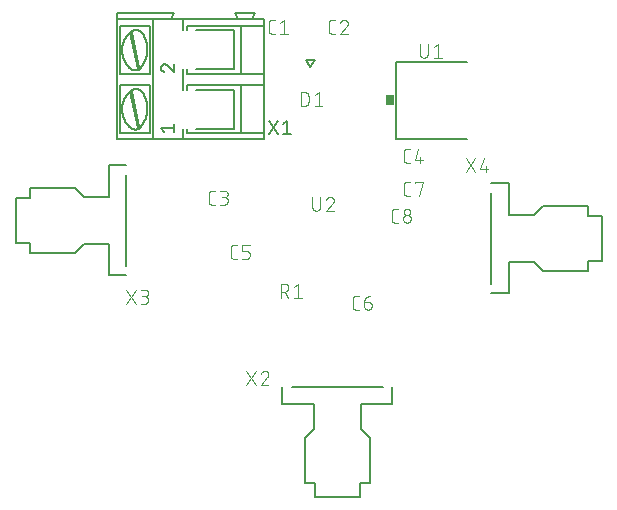
<source format=gbr>
G04 EAGLE Gerber RS-274X export*
G75*
%MOMM*%
%FSLAX34Y34*%
%LPD*%
%INSilkscreen Top*%
%IPPOS*%
%AMOC8*
5,1,8,0,0,1.08239X$1,22.5*%
G01*
%ADD10C,0.101600*%
%ADD11C,0.152400*%
%ADD12C,0.203200*%
%ADD13R,0.762000X0.863600*%
%ADD14C,0.127000*%


D10*
X135241Y307848D02*
X132644Y307848D01*
X132545Y307850D01*
X132445Y307856D01*
X132346Y307865D01*
X132248Y307878D01*
X132150Y307895D01*
X132052Y307916D01*
X131956Y307941D01*
X131861Y307969D01*
X131767Y308001D01*
X131674Y308036D01*
X131582Y308075D01*
X131492Y308118D01*
X131404Y308163D01*
X131317Y308213D01*
X131233Y308265D01*
X131150Y308321D01*
X131070Y308379D01*
X130992Y308441D01*
X130917Y308506D01*
X130844Y308574D01*
X130774Y308644D01*
X130706Y308717D01*
X130641Y308792D01*
X130579Y308870D01*
X130521Y308950D01*
X130465Y309033D01*
X130413Y309117D01*
X130363Y309204D01*
X130318Y309292D01*
X130275Y309382D01*
X130236Y309474D01*
X130201Y309567D01*
X130169Y309661D01*
X130141Y309756D01*
X130116Y309852D01*
X130095Y309950D01*
X130078Y310048D01*
X130065Y310146D01*
X130056Y310245D01*
X130050Y310345D01*
X130048Y310444D01*
X130048Y316936D01*
X130050Y317035D01*
X130056Y317135D01*
X130065Y317234D01*
X130078Y317332D01*
X130095Y317430D01*
X130116Y317528D01*
X130141Y317624D01*
X130169Y317719D01*
X130201Y317813D01*
X130236Y317906D01*
X130275Y317998D01*
X130318Y318088D01*
X130363Y318176D01*
X130413Y318263D01*
X130465Y318347D01*
X130521Y318430D01*
X130579Y318510D01*
X130641Y318588D01*
X130706Y318663D01*
X130774Y318736D01*
X130844Y318806D01*
X130917Y318874D01*
X130992Y318939D01*
X131070Y319001D01*
X131150Y319059D01*
X131233Y319115D01*
X131317Y319167D01*
X131404Y319217D01*
X131492Y319262D01*
X131582Y319305D01*
X131674Y319344D01*
X131766Y319379D01*
X131861Y319411D01*
X131956Y319439D01*
X132052Y319464D01*
X132150Y319485D01*
X132248Y319502D01*
X132346Y319515D01*
X132445Y319524D01*
X132545Y319530D01*
X132644Y319532D01*
X135241Y319532D01*
X139606Y316936D02*
X142852Y319532D01*
X142852Y307848D01*
X146097Y307848D02*
X139606Y307848D01*
X183444Y307848D02*
X186041Y307848D01*
X183444Y307848D02*
X183345Y307850D01*
X183245Y307856D01*
X183146Y307865D01*
X183048Y307878D01*
X182950Y307895D01*
X182852Y307916D01*
X182756Y307941D01*
X182661Y307969D01*
X182567Y308001D01*
X182474Y308036D01*
X182382Y308075D01*
X182292Y308118D01*
X182204Y308163D01*
X182117Y308213D01*
X182033Y308265D01*
X181950Y308321D01*
X181870Y308379D01*
X181792Y308441D01*
X181717Y308506D01*
X181644Y308574D01*
X181574Y308644D01*
X181506Y308717D01*
X181441Y308792D01*
X181379Y308870D01*
X181321Y308950D01*
X181265Y309033D01*
X181213Y309117D01*
X181163Y309204D01*
X181118Y309292D01*
X181075Y309382D01*
X181036Y309474D01*
X181001Y309567D01*
X180969Y309661D01*
X180941Y309756D01*
X180916Y309852D01*
X180895Y309950D01*
X180878Y310048D01*
X180865Y310146D01*
X180856Y310245D01*
X180850Y310345D01*
X180848Y310444D01*
X180848Y316936D01*
X180850Y317035D01*
X180856Y317135D01*
X180865Y317234D01*
X180878Y317332D01*
X180895Y317430D01*
X180916Y317528D01*
X180941Y317624D01*
X180969Y317719D01*
X181001Y317813D01*
X181036Y317906D01*
X181075Y317998D01*
X181118Y318088D01*
X181163Y318176D01*
X181213Y318263D01*
X181265Y318347D01*
X181321Y318430D01*
X181379Y318510D01*
X181441Y318588D01*
X181506Y318663D01*
X181574Y318736D01*
X181644Y318806D01*
X181717Y318874D01*
X181792Y318939D01*
X181870Y319001D01*
X181950Y319059D01*
X182033Y319115D01*
X182117Y319167D01*
X182204Y319217D01*
X182292Y319262D01*
X182382Y319305D01*
X182474Y319344D01*
X182566Y319379D01*
X182661Y319411D01*
X182756Y319439D01*
X182852Y319464D01*
X182950Y319485D01*
X183048Y319502D01*
X183146Y319515D01*
X183245Y319524D01*
X183345Y319530D01*
X183444Y319532D01*
X186041Y319532D01*
X193976Y319532D02*
X194083Y319530D01*
X194189Y319524D01*
X194295Y319514D01*
X194401Y319501D01*
X194507Y319483D01*
X194611Y319462D01*
X194715Y319437D01*
X194818Y319408D01*
X194919Y319376D01*
X195019Y319339D01*
X195118Y319299D01*
X195216Y319256D01*
X195312Y319209D01*
X195406Y319158D01*
X195498Y319104D01*
X195588Y319047D01*
X195676Y318987D01*
X195761Y318923D01*
X195844Y318856D01*
X195925Y318786D01*
X196003Y318714D01*
X196079Y318638D01*
X196151Y318560D01*
X196221Y318479D01*
X196288Y318396D01*
X196352Y318311D01*
X196412Y318223D01*
X196469Y318133D01*
X196523Y318041D01*
X196574Y317947D01*
X196621Y317851D01*
X196664Y317753D01*
X196704Y317654D01*
X196741Y317554D01*
X196773Y317453D01*
X196802Y317350D01*
X196827Y317246D01*
X196848Y317142D01*
X196866Y317036D01*
X196879Y316930D01*
X196889Y316824D01*
X196895Y316718D01*
X196897Y316611D01*
X193976Y319532D02*
X193855Y319530D01*
X193734Y319524D01*
X193614Y319514D01*
X193493Y319501D01*
X193374Y319483D01*
X193254Y319462D01*
X193136Y319437D01*
X193019Y319408D01*
X192902Y319375D01*
X192787Y319339D01*
X192673Y319298D01*
X192560Y319255D01*
X192448Y319207D01*
X192339Y319156D01*
X192231Y319101D01*
X192124Y319043D01*
X192020Y318982D01*
X191918Y318917D01*
X191818Y318849D01*
X191720Y318778D01*
X191624Y318704D01*
X191531Y318627D01*
X191441Y318546D01*
X191353Y318463D01*
X191268Y318377D01*
X191185Y318288D01*
X191106Y318197D01*
X191029Y318103D01*
X190956Y318007D01*
X190886Y317909D01*
X190819Y317808D01*
X190755Y317705D01*
X190695Y317600D01*
X190638Y317493D01*
X190584Y317385D01*
X190534Y317275D01*
X190488Y317163D01*
X190445Y317050D01*
X190406Y316935D01*
X195924Y314339D02*
X196003Y314416D01*
X196079Y314497D01*
X196152Y314580D01*
X196222Y314665D01*
X196289Y314753D01*
X196353Y314843D01*
X196413Y314935D01*
X196470Y315030D01*
X196524Y315126D01*
X196575Y315224D01*
X196622Y315324D01*
X196666Y315426D01*
X196706Y315529D01*
X196742Y315633D01*
X196774Y315739D01*
X196803Y315845D01*
X196828Y315953D01*
X196850Y316061D01*
X196867Y316171D01*
X196881Y316280D01*
X196890Y316390D01*
X196896Y316501D01*
X196898Y316611D01*
X195924Y314339D02*
X190406Y307848D01*
X196897Y307848D01*
X84441Y163068D02*
X81844Y163068D01*
X81745Y163070D01*
X81645Y163076D01*
X81546Y163085D01*
X81448Y163098D01*
X81350Y163115D01*
X81252Y163136D01*
X81156Y163161D01*
X81061Y163189D01*
X80967Y163221D01*
X80874Y163256D01*
X80782Y163295D01*
X80692Y163338D01*
X80604Y163383D01*
X80517Y163433D01*
X80433Y163485D01*
X80350Y163541D01*
X80270Y163599D01*
X80192Y163661D01*
X80117Y163726D01*
X80044Y163794D01*
X79974Y163864D01*
X79906Y163937D01*
X79841Y164012D01*
X79779Y164090D01*
X79721Y164170D01*
X79665Y164253D01*
X79613Y164337D01*
X79563Y164424D01*
X79518Y164512D01*
X79475Y164602D01*
X79436Y164694D01*
X79401Y164787D01*
X79369Y164881D01*
X79341Y164976D01*
X79316Y165072D01*
X79295Y165170D01*
X79278Y165268D01*
X79265Y165366D01*
X79256Y165465D01*
X79250Y165565D01*
X79248Y165664D01*
X79248Y172156D01*
X79250Y172255D01*
X79256Y172355D01*
X79265Y172454D01*
X79278Y172552D01*
X79295Y172650D01*
X79316Y172748D01*
X79341Y172844D01*
X79369Y172939D01*
X79401Y173033D01*
X79436Y173126D01*
X79475Y173218D01*
X79518Y173308D01*
X79563Y173396D01*
X79613Y173483D01*
X79665Y173567D01*
X79721Y173650D01*
X79779Y173730D01*
X79841Y173808D01*
X79906Y173883D01*
X79974Y173956D01*
X80044Y174026D01*
X80117Y174094D01*
X80192Y174159D01*
X80270Y174221D01*
X80350Y174279D01*
X80433Y174335D01*
X80517Y174387D01*
X80604Y174437D01*
X80692Y174482D01*
X80782Y174525D01*
X80874Y174564D01*
X80966Y174599D01*
X81061Y174631D01*
X81156Y174659D01*
X81252Y174684D01*
X81350Y174705D01*
X81448Y174722D01*
X81546Y174735D01*
X81645Y174744D01*
X81745Y174750D01*
X81844Y174752D01*
X84441Y174752D01*
X88806Y163068D02*
X92052Y163068D01*
X92165Y163070D01*
X92278Y163076D01*
X92391Y163086D01*
X92504Y163100D01*
X92616Y163117D01*
X92727Y163139D01*
X92837Y163164D01*
X92947Y163194D01*
X93055Y163227D01*
X93162Y163264D01*
X93268Y163304D01*
X93372Y163349D01*
X93475Y163397D01*
X93576Y163448D01*
X93675Y163503D01*
X93772Y163561D01*
X93867Y163623D01*
X93960Y163688D01*
X94050Y163756D01*
X94138Y163827D01*
X94224Y163902D01*
X94307Y163979D01*
X94387Y164059D01*
X94464Y164142D01*
X94539Y164228D01*
X94610Y164316D01*
X94678Y164406D01*
X94743Y164499D01*
X94805Y164594D01*
X94863Y164691D01*
X94918Y164790D01*
X94969Y164891D01*
X95017Y164994D01*
X95062Y165098D01*
X95102Y165204D01*
X95139Y165311D01*
X95172Y165419D01*
X95202Y165529D01*
X95227Y165639D01*
X95249Y165750D01*
X95266Y165862D01*
X95280Y165975D01*
X95290Y166088D01*
X95296Y166201D01*
X95298Y166314D01*
X95296Y166427D01*
X95290Y166540D01*
X95280Y166653D01*
X95266Y166766D01*
X95249Y166878D01*
X95227Y166989D01*
X95202Y167099D01*
X95172Y167209D01*
X95139Y167317D01*
X95102Y167424D01*
X95062Y167530D01*
X95017Y167634D01*
X94969Y167737D01*
X94918Y167838D01*
X94863Y167937D01*
X94805Y168034D01*
X94743Y168129D01*
X94678Y168222D01*
X94610Y168312D01*
X94539Y168400D01*
X94464Y168486D01*
X94387Y168569D01*
X94307Y168649D01*
X94224Y168726D01*
X94138Y168801D01*
X94050Y168872D01*
X93960Y168940D01*
X93867Y169005D01*
X93772Y169067D01*
X93675Y169125D01*
X93576Y169180D01*
X93475Y169231D01*
X93372Y169279D01*
X93268Y169324D01*
X93162Y169364D01*
X93055Y169401D01*
X92947Y169434D01*
X92837Y169464D01*
X92727Y169489D01*
X92616Y169511D01*
X92504Y169528D01*
X92391Y169542D01*
X92278Y169552D01*
X92165Y169558D01*
X92052Y169560D01*
X92701Y174752D02*
X88806Y174752D01*
X92701Y174752D02*
X92802Y174750D01*
X92902Y174744D01*
X93002Y174734D01*
X93102Y174721D01*
X93201Y174703D01*
X93300Y174682D01*
X93397Y174657D01*
X93494Y174628D01*
X93589Y174595D01*
X93683Y174559D01*
X93775Y174519D01*
X93866Y174476D01*
X93955Y174429D01*
X94042Y174379D01*
X94128Y174325D01*
X94211Y174268D01*
X94291Y174208D01*
X94370Y174145D01*
X94446Y174078D01*
X94519Y174009D01*
X94589Y173937D01*
X94657Y173863D01*
X94722Y173786D01*
X94783Y173706D01*
X94842Y173624D01*
X94897Y173540D01*
X94949Y173454D01*
X94998Y173366D01*
X95043Y173276D01*
X95085Y173184D01*
X95123Y173091D01*
X95157Y172996D01*
X95188Y172901D01*
X95215Y172804D01*
X95238Y172706D01*
X95258Y172607D01*
X95273Y172507D01*
X95285Y172407D01*
X95293Y172307D01*
X95297Y172206D01*
X95297Y172106D01*
X95293Y172005D01*
X95285Y171905D01*
X95273Y171805D01*
X95258Y171705D01*
X95238Y171606D01*
X95215Y171508D01*
X95188Y171411D01*
X95157Y171316D01*
X95123Y171221D01*
X95085Y171128D01*
X95043Y171036D01*
X94998Y170946D01*
X94949Y170858D01*
X94897Y170772D01*
X94842Y170688D01*
X94783Y170606D01*
X94722Y170526D01*
X94657Y170449D01*
X94589Y170375D01*
X94519Y170303D01*
X94446Y170234D01*
X94370Y170167D01*
X94291Y170104D01*
X94211Y170044D01*
X94128Y169987D01*
X94042Y169933D01*
X93955Y169883D01*
X93866Y169836D01*
X93775Y169793D01*
X93683Y169753D01*
X93589Y169717D01*
X93494Y169684D01*
X93397Y169655D01*
X93300Y169630D01*
X93201Y169609D01*
X93102Y169591D01*
X93002Y169578D01*
X92902Y169568D01*
X92802Y169562D01*
X92701Y169560D01*
X92701Y169559D02*
X90104Y169559D01*
X246944Y198628D02*
X249541Y198628D01*
X246944Y198628D02*
X246845Y198630D01*
X246745Y198636D01*
X246646Y198645D01*
X246548Y198658D01*
X246450Y198675D01*
X246352Y198696D01*
X246256Y198721D01*
X246161Y198749D01*
X246067Y198781D01*
X245974Y198816D01*
X245882Y198855D01*
X245792Y198898D01*
X245704Y198943D01*
X245617Y198993D01*
X245533Y199045D01*
X245450Y199101D01*
X245370Y199159D01*
X245292Y199221D01*
X245217Y199286D01*
X245144Y199354D01*
X245074Y199424D01*
X245006Y199497D01*
X244941Y199572D01*
X244879Y199650D01*
X244821Y199730D01*
X244765Y199813D01*
X244713Y199897D01*
X244663Y199984D01*
X244618Y200072D01*
X244575Y200162D01*
X244536Y200254D01*
X244501Y200347D01*
X244469Y200441D01*
X244441Y200536D01*
X244416Y200632D01*
X244395Y200730D01*
X244378Y200828D01*
X244365Y200926D01*
X244356Y201025D01*
X244350Y201125D01*
X244348Y201224D01*
X244348Y207716D01*
X244350Y207815D01*
X244356Y207915D01*
X244365Y208014D01*
X244378Y208112D01*
X244395Y208210D01*
X244416Y208308D01*
X244441Y208404D01*
X244469Y208499D01*
X244501Y208593D01*
X244536Y208686D01*
X244575Y208778D01*
X244618Y208868D01*
X244663Y208956D01*
X244713Y209043D01*
X244765Y209127D01*
X244821Y209210D01*
X244879Y209290D01*
X244941Y209368D01*
X245006Y209443D01*
X245074Y209516D01*
X245144Y209586D01*
X245217Y209654D01*
X245292Y209719D01*
X245370Y209781D01*
X245450Y209839D01*
X245533Y209895D01*
X245617Y209947D01*
X245704Y209997D01*
X245792Y210042D01*
X245882Y210085D01*
X245974Y210124D01*
X246066Y210159D01*
X246161Y210191D01*
X246256Y210219D01*
X246352Y210244D01*
X246450Y210265D01*
X246548Y210282D01*
X246646Y210295D01*
X246745Y210304D01*
X246845Y210310D01*
X246944Y210312D01*
X249541Y210312D01*
X256503Y210312D02*
X253906Y201224D01*
X260397Y201224D01*
X258450Y203821D02*
X258450Y198628D01*
X102936Y117348D02*
X100339Y117348D01*
X100240Y117350D01*
X100140Y117356D01*
X100041Y117365D01*
X99943Y117378D01*
X99845Y117395D01*
X99747Y117416D01*
X99651Y117441D01*
X99556Y117469D01*
X99462Y117501D01*
X99369Y117536D01*
X99277Y117575D01*
X99187Y117618D01*
X99099Y117663D01*
X99012Y117713D01*
X98928Y117765D01*
X98845Y117821D01*
X98765Y117879D01*
X98687Y117941D01*
X98612Y118006D01*
X98539Y118074D01*
X98469Y118144D01*
X98401Y118217D01*
X98336Y118292D01*
X98274Y118370D01*
X98216Y118450D01*
X98160Y118533D01*
X98108Y118617D01*
X98058Y118704D01*
X98013Y118792D01*
X97970Y118882D01*
X97931Y118974D01*
X97896Y119067D01*
X97864Y119161D01*
X97836Y119256D01*
X97811Y119352D01*
X97790Y119450D01*
X97773Y119548D01*
X97760Y119646D01*
X97751Y119745D01*
X97745Y119845D01*
X97743Y119944D01*
X97743Y126436D01*
X97745Y126535D01*
X97751Y126635D01*
X97760Y126734D01*
X97773Y126832D01*
X97790Y126930D01*
X97811Y127028D01*
X97836Y127124D01*
X97864Y127219D01*
X97896Y127313D01*
X97931Y127406D01*
X97970Y127498D01*
X98013Y127588D01*
X98058Y127676D01*
X98108Y127763D01*
X98160Y127847D01*
X98216Y127930D01*
X98274Y128010D01*
X98336Y128088D01*
X98401Y128163D01*
X98469Y128236D01*
X98539Y128306D01*
X98612Y128374D01*
X98687Y128439D01*
X98765Y128501D01*
X98845Y128559D01*
X98928Y128615D01*
X99012Y128667D01*
X99099Y128717D01*
X99187Y128762D01*
X99277Y128805D01*
X99369Y128844D01*
X99461Y128879D01*
X99556Y128911D01*
X99651Y128939D01*
X99747Y128964D01*
X99845Y128985D01*
X99943Y129002D01*
X100041Y129015D01*
X100140Y129024D01*
X100240Y129030D01*
X100339Y129032D01*
X102936Y129032D01*
X107301Y117348D02*
X111196Y117348D01*
X111295Y117350D01*
X111395Y117356D01*
X111494Y117365D01*
X111592Y117378D01*
X111690Y117395D01*
X111788Y117416D01*
X111884Y117441D01*
X111979Y117469D01*
X112073Y117501D01*
X112166Y117536D01*
X112258Y117575D01*
X112348Y117618D01*
X112436Y117663D01*
X112523Y117713D01*
X112607Y117765D01*
X112690Y117821D01*
X112770Y117879D01*
X112848Y117941D01*
X112923Y118006D01*
X112996Y118074D01*
X113066Y118144D01*
X113134Y118217D01*
X113199Y118292D01*
X113261Y118370D01*
X113319Y118450D01*
X113375Y118533D01*
X113427Y118617D01*
X113477Y118704D01*
X113522Y118792D01*
X113565Y118882D01*
X113604Y118974D01*
X113639Y119067D01*
X113671Y119161D01*
X113699Y119256D01*
X113724Y119352D01*
X113745Y119450D01*
X113762Y119548D01*
X113775Y119646D01*
X113784Y119745D01*
X113790Y119845D01*
X113792Y119944D01*
X113792Y121243D01*
X113790Y121342D01*
X113784Y121442D01*
X113775Y121541D01*
X113762Y121639D01*
X113745Y121737D01*
X113724Y121835D01*
X113699Y121931D01*
X113671Y122026D01*
X113639Y122120D01*
X113604Y122213D01*
X113565Y122305D01*
X113522Y122395D01*
X113477Y122483D01*
X113427Y122570D01*
X113375Y122654D01*
X113319Y122737D01*
X113261Y122817D01*
X113199Y122895D01*
X113134Y122970D01*
X113066Y123043D01*
X112996Y123113D01*
X112923Y123181D01*
X112848Y123246D01*
X112770Y123308D01*
X112690Y123366D01*
X112607Y123422D01*
X112523Y123474D01*
X112436Y123524D01*
X112348Y123569D01*
X112258Y123612D01*
X112166Y123651D01*
X112073Y123686D01*
X111979Y123718D01*
X111884Y123746D01*
X111788Y123771D01*
X111690Y123792D01*
X111592Y123809D01*
X111494Y123822D01*
X111395Y123831D01*
X111295Y123837D01*
X111196Y123839D01*
X107301Y123839D01*
X107301Y129032D01*
X113792Y129032D01*
X203764Y74168D02*
X206361Y74168D01*
X203764Y74168D02*
X203665Y74170D01*
X203565Y74176D01*
X203466Y74185D01*
X203368Y74198D01*
X203270Y74215D01*
X203172Y74236D01*
X203076Y74261D01*
X202981Y74289D01*
X202887Y74321D01*
X202794Y74356D01*
X202702Y74395D01*
X202612Y74438D01*
X202524Y74483D01*
X202437Y74533D01*
X202353Y74585D01*
X202270Y74641D01*
X202190Y74699D01*
X202112Y74761D01*
X202037Y74826D01*
X201964Y74894D01*
X201894Y74964D01*
X201826Y75037D01*
X201761Y75112D01*
X201699Y75190D01*
X201641Y75270D01*
X201585Y75353D01*
X201533Y75437D01*
X201483Y75524D01*
X201438Y75612D01*
X201395Y75702D01*
X201356Y75794D01*
X201321Y75887D01*
X201289Y75981D01*
X201261Y76076D01*
X201236Y76172D01*
X201215Y76270D01*
X201198Y76368D01*
X201185Y76466D01*
X201176Y76565D01*
X201170Y76665D01*
X201168Y76764D01*
X201168Y83256D01*
X201170Y83355D01*
X201176Y83455D01*
X201185Y83554D01*
X201198Y83652D01*
X201215Y83750D01*
X201236Y83848D01*
X201261Y83944D01*
X201289Y84039D01*
X201321Y84133D01*
X201356Y84226D01*
X201395Y84318D01*
X201438Y84408D01*
X201483Y84496D01*
X201533Y84583D01*
X201585Y84667D01*
X201641Y84750D01*
X201699Y84830D01*
X201761Y84908D01*
X201826Y84983D01*
X201894Y85056D01*
X201964Y85126D01*
X202037Y85194D01*
X202112Y85259D01*
X202190Y85321D01*
X202270Y85379D01*
X202353Y85435D01*
X202437Y85487D01*
X202524Y85537D01*
X202612Y85582D01*
X202702Y85625D01*
X202794Y85664D01*
X202886Y85699D01*
X202981Y85731D01*
X203076Y85759D01*
X203172Y85784D01*
X203270Y85805D01*
X203368Y85822D01*
X203466Y85835D01*
X203565Y85844D01*
X203665Y85850D01*
X203764Y85852D01*
X206361Y85852D01*
X210726Y80659D02*
X214621Y80659D01*
X214720Y80657D01*
X214820Y80651D01*
X214919Y80642D01*
X215017Y80629D01*
X215115Y80612D01*
X215213Y80591D01*
X215309Y80566D01*
X215404Y80538D01*
X215498Y80506D01*
X215591Y80471D01*
X215683Y80432D01*
X215773Y80389D01*
X215861Y80344D01*
X215948Y80294D01*
X216032Y80242D01*
X216115Y80186D01*
X216195Y80128D01*
X216273Y80066D01*
X216348Y80001D01*
X216421Y79933D01*
X216491Y79863D01*
X216559Y79790D01*
X216624Y79715D01*
X216686Y79637D01*
X216744Y79557D01*
X216800Y79474D01*
X216852Y79390D01*
X216902Y79303D01*
X216947Y79215D01*
X216990Y79125D01*
X217029Y79033D01*
X217064Y78940D01*
X217096Y78846D01*
X217124Y78751D01*
X217149Y78655D01*
X217170Y78557D01*
X217187Y78459D01*
X217200Y78361D01*
X217209Y78262D01*
X217215Y78162D01*
X217217Y78063D01*
X217217Y77414D01*
X217218Y77414D02*
X217216Y77301D01*
X217210Y77188D01*
X217200Y77075D01*
X217186Y76962D01*
X217169Y76850D01*
X217147Y76739D01*
X217122Y76629D01*
X217092Y76519D01*
X217059Y76411D01*
X217022Y76304D01*
X216982Y76198D01*
X216937Y76094D01*
X216889Y75991D01*
X216838Y75890D01*
X216783Y75791D01*
X216725Y75694D01*
X216663Y75599D01*
X216598Y75506D01*
X216530Y75416D01*
X216459Y75328D01*
X216384Y75242D01*
X216307Y75159D01*
X216227Y75079D01*
X216144Y75002D01*
X216058Y74927D01*
X215970Y74856D01*
X215880Y74788D01*
X215787Y74723D01*
X215692Y74661D01*
X215595Y74603D01*
X215496Y74548D01*
X215395Y74497D01*
X215292Y74449D01*
X215188Y74404D01*
X215082Y74364D01*
X214975Y74327D01*
X214867Y74294D01*
X214757Y74264D01*
X214647Y74239D01*
X214536Y74217D01*
X214424Y74200D01*
X214311Y74186D01*
X214198Y74176D01*
X214085Y74170D01*
X213972Y74168D01*
X213859Y74170D01*
X213746Y74176D01*
X213633Y74186D01*
X213520Y74200D01*
X213408Y74217D01*
X213297Y74239D01*
X213187Y74264D01*
X213077Y74294D01*
X212969Y74327D01*
X212862Y74364D01*
X212756Y74404D01*
X212652Y74449D01*
X212549Y74497D01*
X212448Y74548D01*
X212349Y74603D01*
X212252Y74661D01*
X212157Y74723D01*
X212064Y74788D01*
X211974Y74856D01*
X211886Y74927D01*
X211800Y75002D01*
X211717Y75079D01*
X211637Y75159D01*
X211560Y75242D01*
X211485Y75328D01*
X211414Y75416D01*
X211346Y75506D01*
X211281Y75599D01*
X211219Y75694D01*
X211161Y75791D01*
X211106Y75890D01*
X211055Y75991D01*
X211007Y76094D01*
X210962Y76198D01*
X210922Y76304D01*
X210885Y76411D01*
X210852Y76519D01*
X210822Y76629D01*
X210797Y76739D01*
X210775Y76850D01*
X210758Y76962D01*
X210744Y77075D01*
X210734Y77188D01*
X210728Y77301D01*
X210726Y77414D01*
X210726Y80659D01*
X210728Y80802D01*
X210734Y80945D01*
X210744Y81088D01*
X210758Y81230D01*
X210775Y81372D01*
X210797Y81514D01*
X210822Y81655D01*
X210852Y81795D01*
X210885Y81934D01*
X210922Y82072D01*
X210963Y82209D01*
X211007Y82345D01*
X211056Y82480D01*
X211108Y82613D01*
X211163Y82745D01*
X211223Y82875D01*
X211286Y83004D01*
X211352Y83131D01*
X211422Y83255D01*
X211495Y83378D01*
X211572Y83499D01*
X211652Y83618D01*
X211735Y83734D01*
X211821Y83849D01*
X211910Y83960D01*
X212003Y84070D01*
X212098Y84176D01*
X212197Y84280D01*
X212298Y84381D01*
X212402Y84480D01*
X212508Y84575D01*
X212618Y84668D01*
X212729Y84757D01*
X212844Y84843D01*
X212960Y84926D01*
X213079Y85006D01*
X213200Y85083D01*
X213322Y85156D01*
X213447Y85226D01*
X213574Y85292D01*
X213703Y85355D01*
X213833Y85415D01*
X213965Y85470D01*
X214098Y85522D01*
X214233Y85571D01*
X214369Y85615D01*
X214506Y85656D01*
X214644Y85693D01*
X214783Y85726D01*
X214923Y85756D01*
X215064Y85781D01*
X215206Y85803D01*
X215348Y85820D01*
X215490Y85834D01*
X215633Y85844D01*
X215776Y85850D01*
X215919Y85852D01*
X246944Y170688D02*
X249541Y170688D01*
X246944Y170688D02*
X246845Y170690D01*
X246745Y170696D01*
X246646Y170705D01*
X246548Y170718D01*
X246450Y170735D01*
X246352Y170756D01*
X246256Y170781D01*
X246161Y170809D01*
X246067Y170841D01*
X245974Y170876D01*
X245882Y170915D01*
X245792Y170958D01*
X245704Y171003D01*
X245617Y171053D01*
X245533Y171105D01*
X245450Y171161D01*
X245370Y171219D01*
X245292Y171281D01*
X245217Y171346D01*
X245144Y171414D01*
X245074Y171484D01*
X245006Y171557D01*
X244941Y171632D01*
X244879Y171710D01*
X244821Y171790D01*
X244765Y171873D01*
X244713Y171957D01*
X244663Y172044D01*
X244618Y172132D01*
X244575Y172222D01*
X244536Y172314D01*
X244501Y172407D01*
X244469Y172501D01*
X244441Y172596D01*
X244416Y172692D01*
X244395Y172790D01*
X244378Y172888D01*
X244365Y172986D01*
X244356Y173085D01*
X244350Y173185D01*
X244348Y173284D01*
X244348Y179776D01*
X244350Y179875D01*
X244356Y179975D01*
X244365Y180074D01*
X244378Y180172D01*
X244395Y180270D01*
X244416Y180368D01*
X244441Y180464D01*
X244469Y180559D01*
X244501Y180653D01*
X244536Y180746D01*
X244575Y180838D01*
X244618Y180928D01*
X244663Y181016D01*
X244713Y181103D01*
X244765Y181187D01*
X244821Y181270D01*
X244879Y181350D01*
X244941Y181428D01*
X245006Y181503D01*
X245074Y181576D01*
X245144Y181646D01*
X245217Y181714D01*
X245292Y181779D01*
X245370Y181841D01*
X245450Y181899D01*
X245533Y181955D01*
X245617Y182007D01*
X245704Y182057D01*
X245792Y182102D01*
X245882Y182145D01*
X245974Y182184D01*
X246066Y182219D01*
X246161Y182251D01*
X246256Y182279D01*
X246352Y182304D01*
X246450Y182325D01*
X246548Y182342D01*
X246646Y182355D01*
X246745Y182364D01*
X246845Y182370D01*
X246944Y182372D01*
X249541Y182372D01*
X253906Y182372D02*
X253906Y181074D01*
X253906Y182372D02*
X260397Y182372D01*
X257152Y170688D01*
X239381Y147828D02*
X236784Y147828D01*
X236685Y147830D01*
X236585Y147836D01*
X236486Y147845D01*
X236388Y147858D01*
X236290Y147875D01*
X236192Y147896D01*
X236096Y147921D01*
X236001Y147949D01*
X235907Y147981D01*
X235814Y148016D01*
X235722Y148055D01*
X235632Y148098D01*
X235544Y148143D01*
X235457Y148193D01*
X235373Y148245D01*
X235290Y148301D01*
X235210Y148359D01*
X235132Y148421D01*
X235057Y148486D01*
X234984Y148554D01*
X234914Y148624D01*
X234846Y148697D01*
X234781Y148772D01*
X234719Y148850D01*
X234661Y148930D01*
X234605Y149013D01*
X234553Y149097D01*
X234503Y149184D01*
X234458Y149272D01*
X234415Y149362D01*
X234376Y149454D01*
X234341Y149547D01*
X234309Y149641D01*
X234281Y149736D01*
X234256Y149832D01*
X234235Y149930D01*
X234218Y150028D01*
X234205Y150126D01*
X234196Y150225D01*
X234190Y150325D01*
X234188Y150424D01*
X234188Y156916D01*
X234190Y157015D01*
X234196Y157115D01*
X234205Y157214D01*
X234218Y157312D01*
X234235Y157410D01*
X234256Y157508D01*
X234281Y157604D01*
X234309Y157699D01*
X234341Y157793D01*
X234376Y157886D01*
X234415Y157978D01*
X234458Y158068D01*
X234503Y158156D01*
X234553Y158243D01*
X234605Y158327D01*
X234661Y158410D01*
X234719Y158490D01*
X234781Y158568D01*
X234846Y158643D01*
X234914Y158716D01*
X234984Y158786D01*
X235057Y158854D01*
X235132Y158919D01*
X235210Y158981D01*
X235290Y159039D01*
X235373Y159095D01*
X235457Y159147D01*
X235544Y159197D01*
X235632Y159242D01*
X235722Y159285D01*
X235814Y159324D01*
X235906Y159359D01*
X236001Y159391D01*
X236096Y159419D01*
X236192Y159444D01*
X236290Y159465D01*
X236388Y159482D01*
X236486Y159495D01*
X236585Y159504D01*
X236685Y159510D01*
X236784Y159512D01*
X239381Y159512D01*
X243746Y151074D02*
X243748Y151187D01*
X243754Y151300D01*
X243764Y151413D01*
X243778Y151526D01*
X243795Y151638D01*
X243817Y151749D01*
X243842Y151859D01*
X243872Y151969D01*
X243905Y152077D01*
X243942Y152184D01*
X243982Y152290D01*
X244027Y152394D01*
X244075Y152497D01*
X244126Y152598D01*
X244181Y152697D01*
X244239Y152794D01*
X244301Y152889D01*
X244366Y152982D01*
X244434Y153072D01*
X244505Y153160D01*
X244580Y153246D01*
X244657Y153329D01*
X244737Y153409D01*
X244820Y153486D01*
X244906Y153561D01*
X244994Y153632D01*
X245084Y153700D01*
X245177Y153765D01*
X245272Y153827D01*
X245369Y153885D01*
X245468Y153940D01*
X245569Y153991D01*
X245672Y154039D01*
X245776Y154084D01*
X245882Y154124D01*
X245989Y154161D01*
X246097Y154194D01*
X246207Y154224D01*
X246317Y154249D01*
X246428Y154271D01*
X246540Y154288D01*
X246653Y154302D01*
X246766Y154312D01*
X246879Y154318D01*
X246992Y154320D01*
X247105Y154318D01*
X247218Y154312D01*
X247331Y154302D01*
X247444Y154288D01*
X247556Y154271D01*
X247667Y154249D01*
X247777Y154224D01*
X247887Y154194D01*
X247995Y154161D01*
X248102Y154124D01*
X248208Y154084D01*
X248312Y154039D01*
X248415Y153991D01*
X248516Y153940D01*
X248615Y153885D01*
X248712Y153827D01*
X248807Y153765D01*
X248900Y153700D01*
X248990Y153632D01*
X249078Y153561D01*
X249164Y153486D01*
X249247Y153409D01*
X249327Y153329D01*
X249404Y153246D01*
X249479Y153160D01*
X249550Y153072D01*
X249618Y152982D01*
X249683Y152889D01*
X249745Y152794D01*
X249803Y152697D01*
X249858Y152598D01*
X249909Y152497D01*
X249957Y152394D01*
X250002Y152290D01*
X250042Y152184D01*
X250079Y152077D01*
X250112Y151969D01*
X250142Y151859D01*
X250167Y151749D01*
X250189Y151638D01*
X250206Y151526D01*
X250220Y151413D01*
X250230Y151300D01*
X250236Y151187D01*
X250238Y151074D01*
X250236Y150961D01*
X250230Y150848D01*
X250220Y150735D01*
X250206Y150622D01*
X250189Y150510D01*
X250167Y150399D01*
X250142Y150289D01*
X250112Y150179D01*
X250079Y150071D01*
X250042Y149964D01*
X250002Y149858D01*
X249957Y149754D01*
X249909Y149651D01*
X249858Y149550D01*
X249803Y149451D01*
X249745Y149354D01*
X249683Y149259D01*
X249618Y149166D01*
X249550Y149076D01*
X249479Y148988D01*
X249404Y148902D01*
X249327Y148819D01*
X249247Y148739D01*
X249164Y148662D01*
X249078Y148587D01*
X248990Y148516D01*
X248900Y148448D01*
X248807Y148383D01*
X248712Y148321D01*
X248615Y148263D01*
X248516Y148208D01*
X248415Y148157D01*
X248312Y148109D01*
X248208Y148064D01*
X248102Y148024D01*
X247995Y147987D01*
X247887Y147954D01*
X247777Y147924D01*
X247667Y147899D01*
X247556Y147877D01*
X247444Y147860D01*
X247331Y147846D01*
X247218Y147836D01*
X247105Y147830D01*
X246992Y147828D01*
X246879Y147830D01*
X246766Y147836D01*
X246653Y147846D01*
X246540Y147860D01*
X246428Y147877D01*
X246317Y147899D01*
X246207Y147924D01*
X246097Y147954D01*
X245989Y147987D01*
X245882Y148024D01*
X245776Y148064D01*
X245672Y148109D01*
X245569Y148157D01*
X245468Y148208D01*
X245369Y148263D01*
X245272Y148321D01*
X245177Y148383D01*
X245084Y148448D01*
X244994Y148516D01*
X244906Y148587D01*
X244820Y148662D01*
X244737Y148739D01*
X244657Y148819D01*
X244580Y148902D01*
X244505Y148988D01*
X244434Y149076D01*
X244366Y149166D01*
X244301Y149259D01*
X244239Y149354D01*
X244181Y149451D01*
X244126Y149550D01*
X244075Y149651D01*
X244027Y149754D01*
X243982Y149858D01*
X243942Y149964D01*
X243905Y150071D01*
X243872Y150179D01*
X243842Y150289D01*
X243817Y150399D01*
X243795Y150510D01*
X243778Y150622D01*
X243764Y150735D01*
X243754Y150848D01*
X243748Y150961D01*
X243746Y151074D01*
X244396Y156916D02*
X244398Y157017D01*
X244404Y157117D01*
X244414Y157217D01*
X244427Y157317D01*
X244445Y157416D01*
X244466Y157515D01*
X244491Y157612D01*
X244520Y157709D01*
X244553Y157804D01*
X244589Y157898D01*
X244629Y157990D01*
X244672Y158081D01*
X244719Y158170D01*
X244769Y158257D01*
X244823Y158343D01*
X244880Y158426D01*
X244940Y158506D01*
X245003Y158585D01*
X245070Y158661D01*
X245139Y158734D01*
X245211Y158804D01*
X245285Y158872D01*
X245362Y158937D01*
X245442Y158998D01*
X245524Y159057D01*
X245608Y159112D01*
X245694Y159164D01*
X245782Y159213D01*
X245872Y159258D01*
X245964Y159300D01*
X246057Y159338D01*
X246152Y159372D01*
X246247Y159403D01*
X246344Y159430D01*
X246442Y159453D01*
X246541Y159473D01*
X246641Y159488D01*
X246741Y159500D01*
X246841Y159508D01*
X246942Y159512D01*
X247042Y159512D01*
X247143Y159508D01*
X247243Y159500D01*
X247343Y159488D01*
X247443Y159473D01*
X247542Y159453D01*
X247640Y159430D01*
X247737Y159403D01*
X247832Y159372D01*
X247927Y159338D01*
X248020Y159300D01*
X248112Y159258D01*
X248202Y159213D01*
X248290Y159164D01*
X248376Y159112D01*
X248460Y159057D01*
X248542Y158998D01*
X248622Y158937D01*
X248699Y158872D01*
X248773Y158804D01*
X248845Y158734D01*
X248914Y158661D01*
X248981Y158585D01*
X249044Y158506D01*
X249104Y158426D01*
X249161Y158343D01*
X249215Y158257D01*
X249265Y158170D01*
X249312Y158081D01*
X249355Y157990D01*
X249395Y157898D01*
X249431Y157804D01*
X249464Y157709D01*
X249493Y157612D01*
X249518Y157515D01*
X249539Y157416D01*
X249557Y157317D01*
X249570Y157217D01*
X249580Y157117D01*
X249586Y157017D01*
X249588Y156916D01*
X249586Y156815D01*
X249580Y156715D01*
X249570Y156615D01*
X249557Y156515D01*
X249539Y156416D01*
X249518Y156317D01*
X249493Y156220D01*
X249464Y156123D01*
X249431Y156028D01*
X249395Y155934D01*
X249355Y155842D01*
X249312Y155751D01*
X249265Y155662D01*
X249215Y155575D01*
X249161Y155489D01*
X249104Y155406D01*
X249044Y155326D01*
X248981Y155247D01*
X248914Y155171D01*
X248845Y155098D01*
X248773Y155028D01*
X248699Y154960D01*
X248622Y154895D01*
X248542Y154834D01*
X248460Y154775D01*
X248376Y154720D01*
X248290Y154668D01*
X248202Y154619D01*
X248112Y154574D01*
X248020Y154532D01*
X247927Y154494D01*
X247832Y154460D01*
X247737Y154429D01*
X247640Y154402D01*
X247542Y154379D01*
X247443Y154359D01*
X247343Y154344D01*
X247243Y154332D01*
X247143Y154324D01*
X247042Y154320D01*
X246942Y154320D01*
X246841Y154324D01*
X246741Y154332D01*
X246641Y154344D01*
X246541Y154359D01*
X246442Y154379D01*
X246344Y154402D01*
X246247Y154429D01*
X246152Y154460D01*
X246057Y154494D01*
X245964Y154532D01*
X245872Y154574D01*
X245782Y154619D01*
X245694Y154668D01*
X245608Y154720D01*
X245524Y154775D01*
X245442Y154834D01*
X245362Y154895D01*
X245285Y154960D01*
X245211Y155028D01*
X245139Y155098D01*
X245070Y155171D01*
X245003Y155247D01*
X244940Y155326D01*
X244880Y155406D01*
X244823Y155489D01*
X244769Y155575D01*
X244719Y155662D01*
X244672Y155751D01*
X244629Y155842D01*
X244589Y155934D01*
X244553Y156028D01*
X244520Y156123D01*
X244491Y156220D01*
X244466Y156317D01*
X244445Y156416D01*
X244427Y156515D01*
X244414Y156615D01*
X244404Y156715D01*
X244398Y156815D01*
X244396Y156916D01*
D11*
X165100Y279480D02*
X161100Y285480D01*
X169100Y285480D01*
X165100Y279480D01*
D10*
X157148Y258412D02*
X157148Y246728D01*
X157148Y258412D02*
X160394Y258412D01*
X160507Y258410D01*
X160620Y258404D01*
X160733Y258394D01*
X160846Y258380D01*
X160958Y258363D01*
X161069Y258341D01*
X161179Y258316D01*
X161289Y258286D01*
X161397Y258253D01*
X161504Y258216D01*
X161610Y258176D01*
X161714Y258131D01*
X161817Y258083D01*
X161918Y258032D01*
X162017Y257977D01*
X162114Y257919D01*
X162209Y257857D01*
X162302Y257792D01*
X162392Y257724D01*
X162480Y257653D01*
X162566Y257578D01*
X162649Y257501D01*
X162729Y257421D01*
X162806Y257338D01*
X162881Y257252D01*
X162952Y257164D01*
X163020Y257074D01*
X163085Y256981D01*
X163147Y256886D01*
X163205Y256789D01*
X163260Y256690D01*
X163311Y256589D01*
X163359Y256486D01*
X163404Y256382D01*
X163444Y256276D01*
X163481Y256169D01*
X163514Y256061D01*
X163544Y255951D01*
X163569Y255841D01*
X163591Y255730D01*
X163608Y255618D01*
X163622Y255505D01*
X163632Y255392D01*
X163638Y255279D01*
X163640Y255166D01*
X163639Y255166D02*
X163639Y249974D01*
X163640Y249974D02*
X163638Y249861D01*
X163632Y249748D01*
X163622Y249635D01*
X163608Y249522D01*
X163591Y249410D01*
X163569Y249299D01*
X163544Y249189D01*
X163514Y249079D01*
X163481Y248971D01*
X163444Y248864D01*
X163404Y248758D01*
X163359Y248654D01*
X163311Y248551D01*
X163260Y248450D01*
X163205Y248351D01*
X163147Y248254D01*
X163085Y248159D01*
X163020Y248066D01*
X162952Y247976D01*
X162881Y247888D01*
X162806Y247802D01*
X162729Y247719D01*
X162649Y247639D01*
X162566Y247562D01*
X162480Y247487D01*
X162392Y247416D01*
X162302Y247348D01*
X162209Y247283D01*
X162114Y247221D01*
X162017Y247163D01*
X161918Y247108D01*
X161817Y247057D01*
X161714Y247009D01*
X161610Y246964D01*
X161504Y246924D01*
X161397Y246887D01*
X161289Y246854D01*
X161179Y246824D01*
X161069Y246799D01*
X160958Y246777D01*
X160846Y246760D01*
X160733Y246746D01*
X160620Y246736D01*
X160507Y246730D01*
X160394Y246728D01*
X157148Y246728D01*
X168959Y255816D02*
X172205Y258412D01*
X172205Y246728D01*
X175450Y246728D02*
X168959Y246728D01*
D12*
X237490Y218690D02*
X297434Y218694D01*
X237490Y218690D02*
X237490Y284230D01*
X297434Y284226D01*
D13*
X232664Y251460D03*
D10*
X258050Y290774D02*
X258050Y299212D01*
X258049Y290774D02*
X258051Y290661D01*
X258057Y290548D01*
X258067Y290435D01*
X258081Y290322D01*
X258098Y290210D01*
X258120Y290099D01*
X258145Y289989D01*
X258175Y289879D01*
X258208Y289771D01*
X258245Y289664D01*
X258285Y289558D01*
X258330Y289454D01*
X258378Y289351D01*
X258429Y289250D01*
X258484Y289151D01*
X258542Y289054D01*
X258604Y288959D01*
X258669Y288866D01*
X258737Y288776D01*
X258808Y288688D01*
X258883Y288602D01*
X258960Y288519D01*
X259040Y288439D01*
X259123Y288362D01*
X259209Y288287D01*
X259297Y288216D01*
X259387Y288148D01*
X259480Y288083D01*
X259575Y288021D01*
X259672Y287963D01*
X259771Y287908D01*
X259872Y287857D01*
X259975Y287809D01*
X260079Y287764D01*
X260185Y287724D01*
X260292Y287687D01*
X260400Y287654D01*
X260510Y287624D01*
X260620Y287599D01*
X260731Y287577D01*
X260843Y287560D01*
X260956Y287546D01*
X261069Y287536D01*
X261182Y287530D01*
X261295Y287528D01*
X261408Y287530D01*
X261521Y287536D01*
X261634Y287546D01*
X261747Y287560D01*
X261859Y287577D01*
X261970Y287599D01*
X262080Y287624D01*
X262190Y287654D01*
X262298Y287687D01*
X262405Y287724D01*
X262511Y287764D01*
X262615Y287809D01*
X262718Y287857D01*
X262819Y287908D01*
X262918Y287963D01*
X263015Y288021D01*
X263110Y288083D01*
X263203Y288148D01*
X263293Y288216D01*
X263381Y288287D01*
X263467Y288362D01*
X263550Y288439D01*
X263630Y288519D01*
X263707Y288602D01*
X263782Y288688D01*
X263853Y288776D01*
X263921Y288866D01*
X263986Y288959D01*
X264048Y289054D01*
X264106Y289151D01*
X264161Y289250D01*
X264212Y289351D01*
X264260Y289454D01*
X264305Y289558D01*
X264345Y289664D01*
X264382Y289771D01*
X264415Y289879D01*
X264445Y289989D01*
X264470Y290099D01*
X264492Y290210D01*
X264509Y290322D01*
X264523Y290435D01*
X264533Y290548D01*
X264539Y290661D01*
X264541Y290774D01*
X264541Y299212D01*
X269861Y296616D02*
X273106Y299212D01*
X273106Y287528D01*
X269861Y287528D02*
X276352Y287528D01*
X166878Y169672D02*
X166878Y161234D01*
X166880Y161121D01*
X166886Y161008D01*
X166896Y160895D01*
X166910Y160782D01*
X166927Y160670D01*
X166949Y160559D01*
X166974Y160449D01*
X167004Y160339D01*
X167037Y160231D01*
X167074Y160124D01*
X167114Y160018D01*
X167159Y159914D01*
X167207Y159811D01*
X167258Y159710D01*
X167313Y159611D01*
X167371Y159514D01*
X167433Y159419D01*
X167498Y159326D01*
X167566Y159236D01*
X167637Y159148D01*
X167712Y159062D01*
X167789Y158979D01*
X167869Y158899D01*
X167952Y158822D01*
X168038Y158747D01*
X168126Y158676D01*
X168216Y158608D01*
X168309Y158543D01*
X168404Y158481D01*
X168501Y158423D01*
X168600Y158368D01*
X168701Y158317D01*
X168804Y158269D01*
X168908Y158224D01*
X169014Y158184D01*
X169121Y158147D01*
X169229Y158114D01*
X169339Y158084D01*
X169449Y158059D01*
X169560Y158037D01*
X169672Y158020D01*
X169785Y158006D01*
X169898Y157996D01*
X170011Y157990D01*
X170124Y157988D01*
X170237Y157990D01*
X170350Y157996D01*
X170463Y158006D01*
X170576Y158020D01*
X170688Y158037D01*
X170799Y158059D01*
X170909Y158084D01*
X171019Y158114D01*
X171127Y158147D01*
X171234Y158184D01*
X171340Y158224D01*
X171444Y158269D01*
X171547Y158317D01*
X171648Y158368D01*
X171747Y158423D01*
X171844Y158481D01*
X171939Y158543D01*
X172032Y158608D01*
X172122Y158676D01*
X172210Y158747D01*
X172296Y158822D01*
X172379Y158899D01*
X172459Y158979D01*
X172536Y159062D01*
X172611Y159148D01*
X172682Y159236D01*
X172750Y159326D01*
X172815Y159419D01*
X172877Y159514D01*
X172935Y159611D01*
X172990Y159710D01*
X173041Y159811D01*
X173089Y159914D01*
X173134Y160018D01*
X173174Y160124D01*
X173211Y160231D01*
X173244Y160339D01*
X173274Y160449D01*
X173299Y160559D01*
X173321Y160670D01*
X173338Y160782D01*
X173352Y160895D01*
X173362Y161008D01*
X173368Y161121D01*
X173370Y161234D01*
X173369Y161234D02*
X173369Y169672D01*
X182259Y169672D02*
X182366Y169670D01*
X182472Y169664D01*
X182578Y169654D01*
X182684Y169641D01*
X182790Y169623D01*
X182894Y169602D01*
X182998Y169577D01*
X183101Y169548D01*
X183202Y169516D01*
X183302Y169479D01*
X183401Y169439D01*
X183499Y169396D01*
X183595Y169349D01*
X183689Y169298D01*
X183781Y169244D01*
X183871Y169187D01*
X183959Y169127D01*
X184044Y169063D01*
X184127Y168996D01*
X184208Y168926D01*
X184286Y168854D01*
X184362Y168778D01*
X184434Y168700D01*
X184504Y168619D01*
X184571Y168536D01*
X184635Y168451D01*
X184695Y168363D01*
X184752Y168273D01*
X184806Y168181D01*
X184857Y168087D01*
X184904Y167991D01*
X184947Y167893D01*
X184987Y167794D01*
X185024Y167694D01*
X185056Y167593D01*
X185085Y167490D01*
X185110Y167386D01*
X185131Y167282D01*
X185149Y167176D01*
X185162Y167070D01*
X185172Y166964D01*
X185178Y166858D01*
X185180Y166751D01*
X182259Y169672D02*
X182138Y169670D01*
X182017Y169664D01*
X181897Y169654D01*
X181776Y169641D01*
X181657Y169623D01*
X181537Y169602D01*
X181419Y169577D01*
X181302Y169548D01*
X181185Y169515D01*
X181070Y169479D01*
X180956Y169438D01*
X180843Y169395D01*
X180731Y169347D01*
X180622Y169296D01*
X180514Y169241D01*
X180407Y169183D01*
X180303Y169122D01*
X180201Y169057D01*
X180101Y168989D01*
X180003Y168918D01*
X179907Y168844D01*
X179814Y168767D01*
X179724Y168686D01*
X179636Y168603D01*
X179551Y168517D01*
X179468Y168428D01*
X179389Y168337D01*
X179312Y168243D01*
X179239Y168147D01*
X179169Y168049D01*
X179102Y167948D01*
X179038Y167845D01*
X178978Y167740D01*
X178921Y167633D01*
X178867Y167525D01*
X178817Y167415D01*
X178771Y167303D01*
X178728Y167190D01*
X178689Y167075D01*
X184207Y164479D02*
X184286Y164556D01*
X184362Y164637D01*
X184435Y164720D01*
X184505Y164805D01*
X184572Y164893D01*
X184636Y164983D01*
X184696Y165075D01*
X184753Y165170D01*
X184807Y165266D01*
X184858Y165364D01*
X184905Y165464D01*
X184949Y165566D01*
X184989Y165669D01*
X185025Y165773D01*
X185057Y165879D01*
X185086Y165985D01*
X185111Y166093D01*
X185133Y166201D01*
X185150Y166311D01*
X185164Y166420D01*
X185173Y166530D01*
X185179Y166641D01*
X185181Y166751D01*
X184206Y164479D02*
X178689Y157988D01*
X185180Y157988D01*
D11*
X31750Y320040D02*
X1270Y320040D01*
X1270Y218440D01*
X1270Y320040D02*
X1270Y325120D01*
X49530Y325120D01*
X46990Y320040D01*
X115570Y320040D02*
X118110Y325120D01*
X115570Y320040D02*
X125730Y320040D01*
X104140Y320040D02*
X101600Y325120D01*
X104140Y320040D02*
X115570Y320040D01*
X118110Y325120D02*
X101600Y325120D01*
X106680Y273812D02*
X125730Y273812D01*
X106680Y314452D02*
X60960Y314452D01*
X125730Y314452D02*
X125730Y273812D01*
X125730Y314452D02*
X125730Y320040D01*
X125730Y264414D02*
X106680Y264414D01*
X125730Y264414D02*
X125730Y273812D01*
X106680Y223774D02*
X60960Y223774D01*
X125730Y223774D02*
X125730Y218440D01*
X125730Y223774D02*
X125730Y264414D01*
X106680Y273812D02*
X106680Y314452D01*
X106680Y273812D02*
X60960Y273812D01*
X106680Y314452D02*
X125730Y314452D01*
X106680Y264414D02*
X106680Y223774D01*
X106680Y264414D02*
X60960Y264414D01*
X106680Y223774D02*
X125730Y223774D01*
X100330Y310642D02*
X68580Y310642D01*
X100330Y310642D02*
X100330Y277622D01*
X68580Y277622D01*
X68580Y260604D02*
X100330Y260604D01*
X100330Y227584D01*
X68580Y227584D01*
X57150Y218440D02*
X125730Y218440D01*
X57150Y218440D02*
X31750Y218440D01*
X46990Y320040D02*
X57150Y320040D01*
X104140Y320040D01*
X31750Y320040D02*
X31750Y218440D01*
X1270Y218440D01*
X31750Y320040D02*
X46990Y320040D01*
X29210Y273812D02*
X3810Y273812D01*
X3810Y314452D01*
X29210Y314452D01*
X29210Y273812D01*
X29210Y264414D02*
X3810Y264414D01*
X29210Y264414D02*
X29210Y223774D01*
X3810Y223774D01*
X3810Y264414D01*
X12955Y309371D02*
X13080Y309481D01*
X13207Y309587D01*
X13337Y309691D01*
X13470Y309791D01*
X13604Y309888D01*
X13742Y309982D01*
X13881Y310072D01*
X14023Y310159D01*
X14166Y310243D01*
X14312Y310323D01*
X14460Y310399D01*
X14609Y310472D01*
X14760Y310541D01*
X14913Y310606D01*
X15067Y310668D01*
X15223Y310726D01*
X15380Y310780D01*
X15539Y310830D01*
X15698Y310877D01*
X15859Y310919D01*
X16020Y310958D01*
X16183Y310993D01*
X16346Y311023D01*
X16510Y311050D01*
X16675Y311073D01*
X16840Y311091D01*
X17006Y311106D01*
X17171Y311117D01*
X17338Y311123D01*
X17504Y311126D01*
X17670Y311125D01*
X17836Y311119D01*
X18002Y311109D01*
X18167Y311096D01*
X18333Y311078D01*
X18498Y311057D01*
X18662Y311031D01*
X18825Y311002D01*
X18988Y310968D01*
X19150Y310931D01*
X19311Y310889D01*
X19471Y310844D01*
X19629Y310795D01*
X19787Y310742D01*
X19943Y310685D01*
X20098Y310624D01*
X20251Y310560D01*
X20403Y310492D01*
X20553Y310420D01*
X20701Y310344D01*
X20847Y310265D01*
X20991Y310183D01*
X21133Y310097D01*
X21273Y310008D01*
X21411Y309915D01*
X21547Y309819D01*
X21680Y309719D01*
X21811Y309617D01*
X21939Y309511D01*
X22065Y309402D01*
X22187Y309290D01*
X22308Y309176D01*
X22425Y309058D01*
X22539Y308937D01*
X22651Y308814D01*
X22311Y309278D02*
X22662Y308797D01*
X23002Y308308D01*
X23330Y307810D01*
X23645Y307305D01*
X23948Y306792D01*
X24238Y306272D01*
X24516Y305745D01*
X24780Y305212D01*
X25032Y304672D01*
X25270Y304126D01*
X25495Y303575D01*
X25706Y303018D01*
X25904Y302456D01*
X26088Y301890D01*
X26258Y301319D01*
X26414Y300744D01*
X26556Y300166D01*
X26684Y299584D01*
X26797Y299000D01*
X26897Y298412D01*
X26981Y297823D01*
X27052Y297232D01*
X27108Y296639D01*
X27150Y296045D01*
X27177Y295450D01*
X27189Y294854D01*
X27187Y294259D01*
X27170Y293663D01*
X27139Y293069D01*
X27094Y292475D01*
X27034Y291882D01*
X26959Y291292D01*
X26870Y290703D01*
X26767Y290116D01*
X26649Y289532D01*
X26518Y288952D01*
X26372Y288374D01*
X26212Y287801D01*
X26038Y287231D01*
X25850Y286666D01*
X25648Y286105D01*
X25433Y285550D01*
X25205Y285000D01*
X24963Y284456D01*
X24707Y283918D01*
X24439Y283386D01*
X24158Y282861D01*
X23864Y282343D01*
X23558Y281833D01*
X23239Y281330D01*
X22908Y280834D01*
X22565Y280348D01*
X22210Y279869D01*
X21844Y279400D01*
X13462Y277876D02*
X13078Y278195D01*
X12702Y278523D01*
X12334Y278860D01*
X11974Y279206D01*
X11622Y279560D01*
X11279Y279923D01*
X10946Y280294D01*
X10621Y280673D01*
X10305Y281060D01*
X9999Y281455D01*
X9703Y281856D01*
X9416Y282265D01*
X9140Y282680D01*
X8874Y283103D01*
X8618Y283531D01*
X8372Y283966D01*
X8137Y284406D01*
X7913Y284852D01*
X7699Y285303D01*
X7497Y285759D01*
X7306Y286220D01*
X7126Y286686D01*
X6957Y287156D01*
X6800Y287630D01*
X6654Y288107D01*
X6520Y288588D01*
X6398Y289072D01*
X6287Y289558D01*
X6188Y290048D01*
X6101Y290539D01*
X6026Y291033D01*
X5963Y291528D01*
X5913Y292024D01*
X5874Y292522D01*
X5847Y293020D01*
X5832Y293519D01*
X5829Y294019D01*
X5839Y294518D01*
X5861Y295016D01*
X5894Y295514D01*
X5940Y296011D01*
X5998Y296507D01*
X6067Y297001D01*
X6149Y297494D01*
X6243Y297984D01*
X6348Y298472D01*
X6466Y298957D01*
X6595Y299439D01*
X6735Y299918D01*
X6888Y300394D01*
X7051Y300865D01*
X7226Y301332D01*
X7413Y301796D01*
X7610Y302254D01*
X7819Y302707D01*
X8039Y303156D01*
X8269Y303598D01*
X8510Y304036D01*
X8761Y304467D01*
X9023Y304892D01*
X9296Y305310D01*
X9578Y305722D01*
X9870Y306126D01*
X10172Y306524D01*
X10483Y306914D01*
X10804Y307297D01*
X11134Y307671D01*
X11473Y308038D01*
X11820Y308396D01*
X12177Y308745D01*
X12541Y309086D01*
X12914Y309418D01*
X22203Y279821D02*
X22128Y279689D01*
X22049Y279559D01*
X21967Y279431D01*
X21881Y279306D01*
X21793Y279182D01*
X21701Y279061D01*
X21606Y278942D01*
X21508Y278826D01*
X21408Y278712D01*
X21304Y278601D01*
X21198Y278493D01*
X21088Y278387D01*
X20976Y278284D01*
X20862Y278184D01*
X20745Y278088D01*
X20626Y277994D01*
X20504Y277903D01*
X20380Y277815D01*
X20253Y277731D01*
X20125Y277649D01*
X19995Y277571D01*
X19862Y277497D01*
X19728Y277426D01*
X19592Y277358D01*
X19454Y277294D01*
X19315Y277233D01*
X19174Y277176D01*
X19032Y277123D01*
X18888Y277073D01*
X18744Y277027D01*
X18598Y276985D01*
X18451Y276946D01*
X18303Y276912D01*
X18154Y276881D01*
X18005Y276853D01*
X17854Y276830D01*
X17704Y276811D01*
X17553Y276795D01*
X17401Y276783D01*
X17249Y276775D01*
X17098Y276772D01*
X16946Y276771D01*
X16794Y276775D01*
X16642Y276783D01*
X16491Y276795D01*
X16339Y276810D01*
X16189Y276829D01*
X16039Y276853D01*
X15889Y276880D01*
X15740Y276910D01*
X15592Y276945D01*
X15445Y276984D01*
X15299Y277026D01*
X15155Y277072D01*
X15011Y277121D01*
X14869Y277175D01*
X14728Y277231D01*
X14588Y277292D01*
X14451Y277356D01*
X14315Y277423D01*
X14180Y277494D01*
X14048Y277569D01*
X13917Y277647D01*
X13789Y277728D01*
X13662Y277812D01*
X13538Y277900D01*
X13416Y277990D01*
X13297Y278084D01*
X13180Y278181D01*
X13065Y278281D01*
X12953Y278384D01*
X19050Y277876D02*
X12700Y308356D01*
X13970Y309626D02*
X20320Y279146D01*
X22651Y258776D02*
X22539Y258899D01*
X22425Y259020D01*
X22308Y259138D01*
X22187Y259252D01*
X22065Y259364D01*
X21939Y259473D01*
X21811Y259579D01*
X21680Y259681D01*
X21547Y259781D01*
X21411Y259877D01*
X21273Y259970D01*
X21133Y260059D01*
X20991Y260145D01*
X20847Y260227D01*
X20701Y260306D01*
X20553Y260382D01*
X20403Y260454D01*
X20251Y260522D01*
X20098Y260586D01*
X19943Y260647D01*
X19787Y260704D01*
X19629Y260757D01*
X19471Y260806D01*
X19311Y260851D01*
X19150Y260893D01*
X18988Y260930D01*
X18825Y260964D01*
X18662Y260993D01*
X18498Y261019D01*
X18333Y261040D01*
X18167Y261058D01*
X18002Y261071D01*
X17836Y261081D01*
X17670Y261087D01*
X17504Y261088D01*
X17338Y261085D01*
X17171Y261079D01*
X17006Y261068D01*
X16840Y261053D01*
X16675Y261035D01*
X16510Y261012D01*
X16346Y260985D01*
X16183Y260955D01*
X16020Y260920D01*
X15859Y260881D01*
X15698Y260839D01*
X15539Y260792D01*
X15380Y260742D01*
X15223Y260688D01*
X15067Y260630D01*
X14913Y260568D01*
X14760Y260503D01*
X14609Y260434D01*
X14460Y260361D01*
X14312Y260285D01*
X14166Y260205D01*
X14023Y260121D01*
X13881Y260034D01*
X13742Y259944D01*
X13604Y259850D01*
X13470Y259753D01*
X13337Y259653D01*
X13207Y259549D01*
X13080Y259443D01*
X12955Y259333D01*
X22312Y259240D02*
X22664Y258759D01*
X23003Y258270D01*
X23331Y257773D01*
X23646Y257268D01*
X23949Y256755D01*
X24240Y256235D01*
X24517Y255708D01*
X24782Y255174D01*
X25033Y254635D01*
X25271Y254089D01*
X25496Y253537D01*
X25708Y252980D01*
X25905Y252419D01*
X26089Y251852D01*
X26259Y251281D01*
X26415Y250707D01*
X26557Y250128D01*
X26685Y249547D01*
X26798Y248962D01*
X26898Y248375D01*
X26983Y247785D01*
X27053Y247194D01*
X27109Y246601D01*
X27151Y246007D01*
X27178Y245412D01*
X27190Y244816D01*
X27188Y244221D01*
X27171Y243626D01*
X27140Y243031D01*
X27095Y242437D01*
X27035Y241845D01*
X26960Y241254D01*
X26871Y240665D01*
X26768Y240078D01*
X26650Y239494D01*
X26518Y238914D01*
X26372Y238336D01*
X26212Y237763D01*
X26038Y237193D01*
X25851Y236628D01*
X25649Y236067D01*
X25434Y235512D01*
X25205Y234962D01*
X24963Y234418D01*
X24708Y233880D01*
X24440Y233348D01*
X24159Y232823D01*
X23865Y232305D01*
X23558Y231795D01*
X23239Y231292D01*
X22908Y230796D01*
X22565Y230310D01*
X22211Y229831D01*
X21844Y229362D01*
X13462Y227838D02*
X13078Y228157D01*
X12701Y228485D01*
X12333Y228822D01*
X11973Y229168D01*
X11622Y229522D01*
X11279Y229885D01*
X10945Y230256D01*
X10620Y230635D01*
X10305Y231022D01*
X9998Y231416D01*
X9702Y231818D01*
X9416Y232227D01*
X9139Y232642D01*
X8873Y233064D01*
X8616Y233493D01*
X8371Y233928D01*
X8136Y234368D01*
X7911Y234814D01*
X7698Y235265D01*
X7496Y235722D01*
X7304Y236183D01*
X7124Y236648D01*
X6956Y237118D01*
X6798Y237592D01*
X6653Y238069D01*
X6518Y238550D01*
X6396Y239034D01*
X6285Y239521D01*
X6187Y240010D01*
X6100Y240502D01*
X6025Y240995D01*
X5962Y241490D01*
X5911Y241987D01*
X5872Y242485D01*
X5845Y242983D01*
X5830Y243482D01*
X5827Y243981D01*
X5837Y244480D01*
X5858Y244979D01*
X5892Y245477D01*
X5938Y245974D01*
X5996Y246470D01*
X6065Y246964D01*
X6147Y247457D01*
X6241Y247947D01*
X6346Y248435D01*
X6463Y248920D01*
X6592Y249403D01*
X6733Y249882D01*
X6885Y250357D01*
X7049Y250828D01*
X7224Y251296D01*
X7410Y251759D01*
X7608Y252218D01*
X7817Y252671D01*
X8036Y253119D01*
X8266Y253562D01*
X8507Y253999D01*
X8759Y254431D01*
X9021Y254856D01*
X9293Y255274D01*
X9575Y255686D01*
X9867Y256091D01*
X10169Y256488D01*
X10481Y256878D01*
X10801Y257261D01*
X11131Y257635D01*
X11470Y258002D01*
X11818Y258360D01*
X12174Y258710D01*
X12539Y259051D01*
X12912Y259383D01*
X22203Y229783D02*
X22128Y229651D01*
X22049Y229521D01*
X21967Y229393D01*
X21881Y229268D01*
X21793Y229144D01*
X21701Y229023D01*
X21606Y228904D01*
X21508Y228788D01*
X21408Y228674D01*
X21304Y228563D01*
X21198Y228455D01*
X21088Y228349D01*
X20976Y228246D01*
X20862Y228146D01*
X20745Y228050D01*
X20626Y227956D01*
X20504Y227865D01*
X20380Y227777D01*
X20253Y227693D01*
X20125Y227611D01*
X19995Y227533D01*
X19862Y227459D01*
X19728Y227388D01*
X19592Y227320D01*
X19454Y227256D01*
X19315Y227195D01*
X19174Y227138D01*
X19032Y227085D01*
X18888Y227035D01*
X18744Y226989D01*
X18598Y226947D01*
X18451Y226908D01*
X18303Y226874D01*
X18154Y226843D01*
X18005Y226815D01*
X17854Y226792D01*
X17704Y226773D01*
X17553Y226757D01*
X17401Y226745D01*
X17249Y226737D01*
X17098Y226734D01*
X16946Y226733D01*
X16794Y226737D01*
X16642Y226745D01*
X16491Y226757D01*
X16339Y226772D01*
X16189Y226791D01*
X16039Y226815D01*
X15889Y226842D01*
X15740Y226872D01*
X15592Y226907D01*
X15445Y226946D01*
X15299Y226988D01*
X15155Y227034D01*
X15011Y227083D01*
X14869Y227137D01*
X14728Y227193D01*
X14588Y227254D01*
X14451Y227318D01*
X14315Y227385D01*
X14180Y227456D01*
X14048Y227531D01*
X13917Y227609D01*
X13789Y227690D01*
X13662Y227774D01*
X13538Y227862D01*
X13416Y227952D01*
X13297Y228046D01*
X13180Y228143D01*
X13065Y228243D01*
X12953Y228346D01*
X19050Y227838D02*
X12700Y258318D01*
X13970Y259588D02*
X20320Y229108D01*
X60960Y227584D02*
X60960Y223774D01*
X60960Y260604D02*
X60960Y264414D01*
X57150Y227584D02*
X57150Y218440D01*
X57150Y260604D02*
X57150Y277622D01*
X57150Y310642D02*
X57150Y320040D01*
X60960Y314452D02*
X60960Y310642D01*
X60960Y277622D02*
X60960Y273812D01*
D14*
X38735Y228092D02*
X41275Y224917D01*
X38735Y228092D02*
X50165Y228092D01*
X50165Y224917D02*
X50165Y231267D01*
X38735Y279210D02*
X38737Y279314D01*
X38743Y279419D01*
X38752Y279523D01*
X38765Y279626D01*
X38783Y279729D01*
X38803Y279831D01*
X38828Y279933D01*
X38856Y280033D01*
X38888Y280133D01*
X38924Y280231D01*
X38963Y280328D01*
X39005Y280423D01*
X39051Y280517D01*
X39101Y280609D01*
X39153Y280699D01*
X39209Y280787D01*
X39269Y280873D01*
X39331Y280957D01*
X39396Y281038D01*
X39464Y281117D01*
X39536Y281194D01*
X39609Y281267D01*
X39686Y281339D01*
X39765Y281407D01*
X39846Y281472D01*
X39930Y281534D01*
X40016Y281594D01*
X40104Y281650D01*
X40194Y281702D01*
X40286Y281752D01*
X40380Y281798D01*
X40475Y281840D01*
X40572Y281879D01*
X40670Y281915D01*
X40770Y281947D01*
X40870Y281975D01*
X40972Y282000D01*
X41074Y282020D01*
X41177Y282038D01*
X41280Y282051D01*
X41384Y282060D01*
X41489Y282066D01*
X41593Y282068D01*
X38735Y279210D02*
X38737Y279092D01*
X38743Y278973D01*
X38752Y278855D01*
X38765Y278738D01*
X38783Y278621D01*
X38803Y278504D01*
X38828Y278388D01*
X38856Y278273D01*
X38889Y278160D01*
X38924Y278047D01*
X38964Y277935D01*
X39006Y277825D01*
X39053Y277716D01*
X39103Y277608D01*
X39156Y277503D01*
X39213Y277399D01*
X39273Y277297D01*
X39336Y277197D01*
X39403Y277099D01*
X39472Y277003D01*
X39545Y276910D01*
X39621Y276819D01*
X39699Y276730D01*
X39781Y276644D01*
X39865Y276561D01*
X39951Y276480D01*
X40041Y276403D01*
X40132Y276328D01*
X40226Y276256D01*
X40323Y276187D01*
X40421Y276122D01*
X40522Y276059D01*
X40625Y276000D01*
X40729Y275944D01*
X40835Y275892D01*
X40943Y275843D01*
X41052Y275798D01*
X41163Y275756D01*
X41275Y275718D01*
X43815Y281115D02*
X43740Y281191D01*
X43661Y281266D01*
X43580Y281337D01*
X43496Y281406D01*
X43410Y281471D01*
X43322Y281533D01*
X43232Y281593D01*
X43140Y281649D01*
X43045Y281702D01*
X42949Y281751D01*
X42851Y281797D01*
X42752Y281840D01*
X42651Y281879D01*
X42549Y281914D01*
X42446Y281946D01*
X42342Y281974D01*
X42237Y281999D01*
X42130Y282020D01*
X42024Y282037D01*
X41917Y282050D01*
X41809Y282059D01*
X41701Y282065D01*
X41593Y282067D01*
X43815Y281115D02*
X50165Y275717D01*
X50165Y282067D01*
X130175Y222885D02*
X137795Y234315D01*
X130175Y234315D02*
X137795Y222885D01*
X142240Y231775D02*
X145415Y234315D01*
X145415Y222885D01*
X142240Y222885D02*
X148590Y222885D01*
D12*
X207960Y-5340D02*
X234460Y-5340D01*
X207960Y-5340D02*
X207960Y-26840D01*
X215460Y-34340D01*
X215460Y-72340D01*
X206960Y-72340D01*
X206960Y-84090D01*
X168960Y-84090D01*
X168960Y-72340D01*
X160460Y-72340D01*
X160460Y-34340D01*
X167960Y-26840D01*
X167960Y-5340D01*
X141460Y-5340D01*
X149460Y9160D02*
X226460Y9160D01*
X141460Y9160D02*
X141460Y-5340D01*
X234460Y-5340D02*
X234460Y9160D01*
D10*
X118787Y22352D02*
X110998Y10668D01*
X118787Y10668D02*
X110998Y22352D01*
X126647Y22352D02*
X126754Y22350D01*
X126860Y22344D01*
X126966Y22334D01*
X127072Y22321D01*
X127178Y22303D01*
X127282Y22282D01*
X127386Y22257D01*
X127489Y22228D01*
X127590Y22196D01*
X127690Y22159D01*
X127789Y22119D01*
X127887Y22076D01*
X127983Y22029D01*
X128077Y21978D01*
X128169Y21924D01*
X128259Y21867D01*
X128347Y21807D01*
X128432Y21743D01*
X128515Y21676D01*
X128596Y21606D01*
X128674Y21534D01*
X128750Y21458D01*
X128822Y21380D01*
X128892Y21299D01*
X128959Y21216D01*
X129023Y21131D01*
X129083Y21043D01*
X129140Y20953D01*
X129194Y20861D01*
X129245Y20767D01*
X129292Y20671D01*
X129335Y20573D01*
X129375Y20474D01*
X129412Y20374D01*
X129444Y20273D01*
X129473Y20170D01*
X129498Y20066D01*
X129519Y19962D01*
X129537Y19856D01*
X129550Y19750D01*
X129560Y19644D01*
X129566Y19538D01*
X129568Y19431D01*
X126647Y22352D02*
X126526Y22350D01*
X126405Y22344D01*
X126285Y22334D01*
X126164Y22321D01*
X126045Y22303D01*
X125925Y22282D01*
X125807Y22257D01*
X125690Y22228D01*
X125573Y22195D01*
X125458Y22159D01*
X125344Y22118D01*
X125231Y22075D01*
X125119Y22027D01*
X125010Y21976D01*
X124902Y21921D01*
X124795Y21863D01*
X124691Y21802D01*
X124589Y21737D01*
X124489Y21669D01*
X124391Y21598D01*
X124295Y21524D01*
X124202Y21447D01*
X124112Y21366D01*
X124024Y21283D01*
X123939Y21197D01*
X123856Y21108D01*
X123777Y21017D01*
X123700Y20923D01*
X123627Y20827D01*
X123557Y20729D01*
X123490Y20628D01*
X123426Y20525D01*
X123366Y20420D01*
X123309Y20313D01*
X123255Y20205D01*
X123205Y20095D01*
X123159Y19983D01*
X123116Y19870D01*
X123077Y19755D01*
X128595Y17159D02*
X128674Y17236D01*
X128750Y17317D01*
X128823Y17400D01*
X128893Y17485D01*
X128960Y17573D01*
X129024Y17663D01*
X129084Y17755D01*
X129141Y17850D01*
X129195Y17946D01*
X129246Y18044D01*
X129293Y18144D01*
X129337Y18246D01*
X129377Y18349D01*
X129413Y18453D01*
X129445Y18559D01*
X129474Y18665D01*
X129499Y18773D01*
X129521Y18881D01*
X129538Y18991D01*
X129552Y19100D01*
X129561Y19210D01*
X129567Y19321D01*
X129569Y19431D01*
X128595Y17159D02*
X123077Y10668D01*
X129568Y10668D01*
D12*
X-5340Y103360D02*
X-5340Y129860D01*
X-26840Y129860D01*
X-34340Y122360D01*
X-72340Y122360D01*
X-72340Y130860D01*
X-84090Y130860D01*
X-84090Y168860D01*
X-72340Y168860D01*
X-72340Y177360D01*
X-34340Y177360D01*
X-26840Y169860D01*
X-5340Y169860D01*
X-5340Y196360D01*
X9160Y188360D02*
X9160Y111360D01*
X9160Y196360D02*
X-5340Y196360D01*
X-5340Y103360D02*
X9160Y103360D01*
D10*
X17187Y90932D02*
X9398Y79248D01*
X17187Y79248D02*
X9398Y90932D01*
X21477Y79248D02*
X24723Y79248D01*
X24836Y79250D01*
X24949Y79256D01*
X25062Y79266D01*
X25175Y79280D01*
X25287Y79297D01*
X25398Y79319D01*
X25508Y79344D01*
X25618Y79374D01*
X25726Y79407D01*
X25833Y79444D01*
X25939Y79484D01*
X26043Y79529D01*
X26146Y79577D01*
X26247Y79628D01*
X26346Y79683D01*
X26443Y79741D01*
X26538Y79803D01*
X26631Y79868D01*
X26721Y79936D01*
X26809Y80007D01*
X26895Y80082D01*
X26978Y80159D01*
X27058Y80239D01*
X27135Y80322D01*
X27210Y80408D01*
X27281Y80496D01*
X27349Y80586D01*
X27414Y80679D01*
X27476Y80774D01*
X27534Y80871D01*
X27589Y80970D01*
X27640Y81071D01*
X27688Y81174D01*
X27733Y81278D01*
X27773Y81384D01*
X27810Y81491D01*
X27843Y81599D01*
X27873Y81709D01*
X27898Y81819D01*
X27920Y81930D01*
X27937Y82042D01*
X27951Y82155D01*
X27961Y82268D01*
X27967Y82381D01*
X27969Y82494D01*
X27967Y82607D01*
X27961Y82720D01*
X27951Y82833D01*
X27937Y82946D01*
X27920Y83058D01*
X27898Y83169D01*
X27873Y83279D01*
X27843Y83389D01*
X27810Y83497D01*
X27773Y83604D01*
X27733Y83710D01*
X27688Y83814D01*
X27640Y83917D01*
X27589Y84018D01*
X27534Y84117D01*
X27476Y84214D01*
X27414Y84309D01*
X27349Y84402D01*
X27281Y84492D01*
X27210Y84580D01*
X27135Y84666D01*
X27058Y84749D01*
X26978Y84829D01*
X26895Y84906D01*
X26809Y84981D01*
X26721Y85052D01*
X26631Y85120D01*
X26538Y85185D01*
X26443Y85247D01*
X26346Y85305D01*
X26247Y85360D01*
X26146Y85411D01*
X26043Y85459D01*
X25939Y85504D01*
X25833Y85544D01*
X25726Y85581D01*
X25618Y85614D01*
X25508Y85644D01*
X25398Y85669D01*
X25287Y85691D01*
X25175Y85708D01*
X25062Y85722D01*
X24949Y85732D01*
X24836Y85738D01*
X24723Y85740D01*
X25372Y90932D02*
X21477Y90932D01*
X25372Y90932D02*
X25473Y90930D01*
X25573Y90924D01*
X25673Y90914D01*
X25773Y90901D01*
X25872Y90883D01*
X25971Y90862D01*
X26068Y90837D01*
X26165Y90808D01*
X26260Y90775D01*
X26354Y90739D01*
X26446Y90699D01*
X26537Y90656D01*
X26626Y90609D01*
X26713Y90559D01*
X26799Y90505D01*
X26882Y90448D01*
X26962Y90388D01*
X27041Y90325D01*
X27117Y90258D01*
X27190Y90189D01*
X27260Y90117D01*
X27328Y90043D01*
X27393Y89966D01*
X27454Y89886D01*
X27513Y89804D01*
X27568Y89720D01*
X27620Y89634D01*
X27669Y89546D01*
X27714Y89456D01*
X27756Y89364D01*
X27794Y89271D01*
X27828Y89176D01*
X27859Y89081D01*
X27886Y88984D01*
X27909Y88886D01*
X27929Y88787D01*
X27944Y88687D01*
X27956Y88587D01*
X27964Y88487D01*
X27968Y88386D01*
X27968Y88286D01*
X27964Y88185D01*
X27956Y88085D01*
X27944Y87985D01*
X27929Y87885D01*
X27909Y87786D01*
X27886Y87688D01*
X27859Y87591D01*
X27828Y87496D01*
X27794Y87401D01*
X27756Y87308D01*
X27714Y87216D01*
X27669Y87126D01*
X27620Y87038D01*
X27568Y86952D01*
X27513Y86868D01*
X27454Y86786D01*
X27393Y86706D01*
X27328Y86629D01*
X27260Y86555D01*
X27190Y86483D01*
X27117Y86414D01*
X27041Y86347D01*
X26962Y86284D01*
X26882Y86224D01*
X26799Y86167D01*
X26713Y86113D01*
X26626Y86063D01*
X26537Y86016D01*
X26446Y85973D01*
X26354Y85933D01*
X26260Y85897D01*
X26165Y85864D01*
X26068Y85835D01*
X25971Y85810D01*
X25872Y85789D01*
X25773Y85771D01*
X25673Y85758D01*
X25573Y85748D01*
X25473Y85742D01*
X25372Y85740D01*
X25372Y85739D02*
X22775Y85739D01*
D12*
X333000Y154620D02*
X333000Y181120D01*
X333000Y154620D02*
X354500Y154620D01*
X362000Y162120D01*
X400000Y162120D01*
X400000Y153620D01*
X411750Y153620D01*
X411750Y115620D01*
X400000Y115620D01*
X400000Y107120D01*
X362000Y107120D01*
X354500Y114620D01*
X333000Y114620D01*
X333000Y88120D01*
X318500Y96120D02*
X318500Y173120D01*
X318500Y88120D02*
X333000Y88120D01*
X333000Y181120D02*
X318500Y181120D01*
D10*
X297152Y191008D02*
X304941Y202692D01*
X297152Y202692D02*
X304941Y191008D01*
X309231Y193604D02*
X311827Y202692D01*
X309231Y193604D02*
X315722Y193604D01*
X313775Y196201D02*
X313775Y191008D01*
X140208Y96012D02*
X140208Y84328D01*
X140208Y96012D02*
X143454Y96012D01*
X143567Y96010D01*
X143680Y96004D01*
X143793Y95994D01*
X143906Y95980D01*
X144018Y95963D01*
X144129Y95941D01*
X144239Y95916D01*
X144349Y95886D01*
X144457Y95853D01*
X144564Y95816D01*
X144670Y95776D01*
X144774Y95731D01*
X144877Y95683D01*
X144978Y95632D01*
X145077Y95577D01*
X145174Y95519D01*
X145269Y95457D01*
X145362Y95392D01*
X145452Y95324D01*
X145540Y95253D01*
X145626Y95178D01*
X145709Y95101D01*
X145789Y95021D01*
X145866Y94938D01*
X145941Y94852D01*
X146012Y94764D01*
X146080Y94674D01*
X146145Y94581D01*
X146207Y94486D01*
X146265Y94389D01*
X146320Y94290D01*
X146371Y94189D01*
X146419Y94086D01*
X146464Y93982D01*
X146504Y93876D01*
X146541Y93769D01*
X146574Y93661D01*
X146604Y93551D01*
X146629Y93441D01*
X146651Y93330D01*
X146668Y93218D01*
X146682Y93105D01*
X146692Y92992D01*
X146698Y92879D01*
X146700Y92766D01*
X146698Y92653D01*
X146692Y92540D01*
X146682Y92427D01*
X146668Y92314D01*
X146651Y92202D01*
X146629Y92091D01*
X146604Y91981D01*
X146574Y91871D01*
X146541Y91763D01*
X146504Y91656D01*
X146464Y91550D01*
X146419Y91446D01*
X146371Y91343D01*
X146320Y91242D01*
X146265Y91143D01*
X146207Y91046D01*
X146145Y90951D01*
X146080Y90858D01*
X146012Y90768D01*
X145941Y90680D01*
X145866Y90594D01*
X145789Y90511D01*
X145709Y90431D01*
X145626Y90354D01*
X145540Y90279D01*
X145452Y90208D01*
X145362Y90140D01*
X145269Y90075D01*
X145174Y90013D01*
X145077Y89955D01*
X144978Y89900D01*
X144877Y89849D01*
X144774Y89801D01*
X144670Y89756D01*
X144564Y89716D01*
X144457Y89679D01*
X144349Y89646D01*
X144239Y89616D01*
X144129Y89591D01*
X144018Y89569D01*
X143906Y89552D01*
X143793Y89538D01*
X143680Y89528D01*
X143567Y89522D01*
X143454Y89520D01*
X143454Y89521D02*
X140208Y89521D01*
X144103Y89521D02*
X146699Y84328D01*
X151564Y93416D02*
X154810Y96012D01*
X154810Y84328D01*
X158055Y84328D02*
X151564Y84328D01*
M02*

</source>
